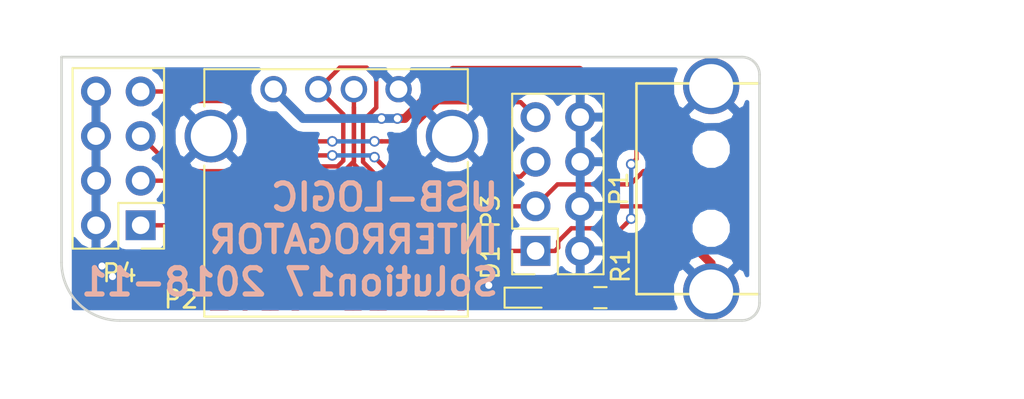
<source format=kicad_pcb>
(kicad_pcb (version 4) (host pcbnew 4.0.7-e2-6376~58~ubuntu16.04.1)

  (general
    (links 25)
    (no_connects 2)
    (area 148 102.25 206.250001 125.000001)
    (thickness 1.6)
    (drawings 9)
    (tracks 99)
    (zones 0)
    (modules 6)
    (nets 8)
  )

  (page A4)
  (layers
    (0 F.Cu signal)
    (31 B.Cu signal)
    (32 B.Adhes user)
    (33 F.Adhes user)
    (34 B.Paste user)
    (35 F.Paste user)
    (36 B.SilkS user)
    (37 F.SilkS user)
    (38 B.Mask user)
    (39 F.Mask user)
    (40 Dwgs.User user)
    (41 Cmts.User user)
    (42 Eco1.User user)
    (43 Eco2.User user)
    (44 Edge.Cuts user)
    (45 Margin user)
    (46 B.CrtYd user)
    (47 F.CrtYd user)
    (48 B.Fab user)
    (49 F.Fab user)
  )

  (setup
    (last_trace_width 0.25)
    (trace_clearance 0.2)
    (zone_clearance 0.508)
    (zone_45_only no)
    (trace_min 0.2)
    (segment_width 0.2)
    (edge_width 0.15)
    (via_size 0.6)
    (via_drill 0.4)
    (via_min_size 0.4)
    (via_min_drill 0.3)
    (uvia_size 0.3)
    (uvia_drill 0.1)
    (uvias_allowed no)
    (uvia_min_size 0.2)
    (uvia_min_drill 0.1)
    (pcb_text_width 0.3)
    (pcb_text_size 1.5 1.5)
    (mod_edge_width 0.15)
    (mod_text_size 1 1)
    (mod_text_width 0.15)
    (pad_size 3.2 3.2)
    (pad_drill 2.5)
    (pad_to_mask_clearance 0.2)
    (aux_axis_origin 0 0)
    (visible_elements FFFFFF7F)
    (pcbplotparams
      (layerselection 0x010f0_80000001)
      (usegerberextensions false)
      (excludeedgelayer true)
      (linewidth 0.100000)
      (plotframeref false)
      (viasonmask false)
      (mode 1)
      (useauxorigin false)
      (hpglpennumber 1)
      (hpglpenspeed 20)
      (hpglpendiameter 15)
      (hpglpenoverlay 2)
      (psnegative false)
      (psa4output false)
      (plotreference true)
      (plotvalue true)
      (plotinvisibletext false)
      (padsonsilk false)
      (subtractmaskfromsilk false)
      (outputformat 1)
      (mirror false)
      (drillshape 0)
      (scaleselection 1)
      (outputdirectory ""))
  )

  (net 0 "")
  (net 1 "Net-(P1-Pad2)")
  (net 2 "Net-(P1-Pad3)")
  (net 3 "Net-(P3-Pad5)")
  (net 4 "Net-(P3-Pad7)")
  (net 5 /vcc)
  (net 6 /gnd)
  (net 7 "Net-(D1-Pad2)")

  (net_class Default "This is the default net class."
    (clearance 0.2)
    (trace_width 0.25)
    (via_dia 0.6)
    (via_drill 0.4)
    (uvia_dia 0.3)
    (uvia_drill 0.1)
    (add_net "Net-(D1-Pad2)")
    (add_net "Net-(P1-Pad2)")
    (add_net "Net-(P1-Pad3)")
    (add_net "Net-(P3-Pad5)")
    (add_net "Net-(P3-Pad7)")
  )

  (net_class power ""
    (clearance 0.2)
    (trace_width 0.5)
    (via_dia 0.6)
    (via_drill 0.4)
    (uvia_dia 0.3)
    (uvia_drill 0.1)
    (add_net /gnd)
    (add_net /vcc)
  )

  (module Socket_Strips:Socket_Strip_Straight_2x04_Pitch2.54mm (layer B.Cu) (tedit 5BF1F1D6) (tstamp 5BF35826)
    (at 156 115.08)
    (descr "Through hole straight socket strip, 2x04, 2.54mm pitch, double rows")
    (tags "Through hole socket strip THT 2x04 2.54mm double row")
    (path /5BF1DED5)
    (fp_text reference P4 (at -1.2 2.72 180) (layer F.SilkS)
      (effects (font (size 1 1) (thickness 0.15)))
    )
    (fp_text value CONN_02X04 (at -1.27 -9.95) (layer B.Fab)
      (effects (font (size 1 1) (thickness 0.15)) (justify mirror))
    )
    (fp_line (start -3.81 1.27) (end -3.81 -8.89) (layer B.Fab) (width 0.1))
    (fp_line (start -3.81 -8.89) (end 1.27 -8.89) (layer B.Fab) (width 0.1))
    (fp_line (start 1.27 -8.89) (end 1.27 1.27) (layer B.Fab) (width 0.1))
    (fp_line (start 1.27 1.27) (end -3.81 1.27) (layer B.Fab) (width 0.1))
    (fp_line (start 1.33 -1.27) (end 1.33 -8.95) (layer F.SilkS) (width 0.12))
    (fp_line (start 1.33 -8.95) (end -3.87 -8.95) (layer F.SilkS) (width 0.12))
    (fp_line (start -3.87 -8.95) (end -3.87 1.33) (layer F.SilkS) (width 0.12))
    (fp_line (start -3.87 1.33) (end -1.27 1.33) (layer F.SilkS) (width 0.12))
    (fp_line (start -1.27 1.33) (end -1.27 -1.27) (layer F.SilkS) (width 0.12))
    (fp_line (start -1.27 -1.27) (end 1.33 -1.27) (layer F.SilkS) (width 0.12))
    (fp_line (start 1.33 0) (end 1.33 1.33) (layer F.SilkS) (width 0.12))
    (fp_line (start 1.33 1.33) (end 0.06 1.33) (layer F.SilkS) (width 0.12))
    (fp_line (start -4.35 1.8) (end -4.35 -9.4) (layer B.CrtYd) (width 0.05))
    (fp_line (start -4.35 -9.4) (end 1.8 -9.4) (layer B.CrtYd) (width 0.05))
    (fp_line (start 1.8 -9.4) (end 1.8 1.8) (layer B.CrtYd) (width 0.05))
    (fp_line (start 1.8 1.8) (end -4.35 1.8) (layer B.CrtYd) (width 0.05))
    (fp_text user %R (at -1.27 2.33) (layer B.Fab)
      (effects (font (size 1 1) (thickness 0.15)) (justify mirror))
    )
    (pad 1 thru_hole rect (at 0 0) (size 1.7 1.7) (drill 1) (layers *.Cu *.Mask)
      (net 2 "Net-(P1-Pad3)"))
    (pad 2 thru_hole oval (at -2.54 0) (size 1.7 1.7) (drill 1) (layers *.Cu *.Mask)
      (net 6 /gnd))
    (pad 3 thru_hole oval (at 0 -2.54) (size 1.7 1.7) (drill 1) (layers *.Cu *.Mask)
      (net 1 "Net-(P1-Pad2)"))
    (pad 4 thru_hole oval (at -2.54 -2.54) (size 1.7 1.7) (drill 1) (layers *.Cu *.Mask)
      (net 6 /gnd))
    (pad 5 thru_hole oval (at 0 -5.08) (size 1.7 1.7) (drill 1) (layers *.Cu *.Mask)
      (net 3 "Net-(P3-Pad5)"))
    (pad 6 thru_hole oval (at -2.54 -5.08) (size 1.7 1.7) (drill 1) (layers *.Cu *.Mask)
      (net 6 /gnd))
    (pad 7 thru_hole oval (at 0 -7.62) (size 1.7 1.7) (drill 1) (layers *.Cu *.Mask)
      (net 4 "Net-(P3-Pad7)"))
    (pad 8 thru_hole oval (at -2.54 -7.62) (size 1.7 1.7) (drill 1) (layers *.Cu *.Mask)
      (net 6 /gnd))
    (model ${KISYS3DMOD}/Socket_Strips.3dshapes/Socket_Strip_Straight_2x04_Pitch2.54mm.wrl
      (at (xyz -0.05 -0.15 0))
      (scale (xyz 1 1 1))
      (rotate (xyz 0 0 270))
    )
  )

  (module Connect:USB_A (layer F.Cu) (tedit 5BF1E279) (tstamp 5BF357EC)
    (at 163.56 107.33)
    (descr "USB A connector")
    (tags "USB USB_A")
    (path /5BF1DBC3)
    (fp_text reference P2 (at -5.26 11.97) (layer F.SilkS)
      (effects (font (size 1 1) (thickness 0.15)))
    )
    (fp_text value CONN_01X04 (at 3.84 7.44) (layer F.Fab)
      (effects (font (size 1 1) (thickness 0.15)))
    )
    (fp_line (start -5.3 13.2) (end -5.3 -1.4) (layer F.CrtYd) (width 0.05))
    (fp_line (start 11.95 -1.4) (end 11.95 13.2) (layer F.CrtYd) (width 0.05))
    (fp_line (start -5.3 13.2) (end 11.95 13.2) (layer F.CrtYd) (width 0.05))
    (fp_line (start -5.3 -1.4) (end 11.95 -1.4) (layer F.CrtYd) (width 0.05))
    (fp_line (start 11.05 -1.14) (end 11.05 1.19) (layer F.SilkS) (width 0.12))
    (fp_line (start -3.94 -1.14) (end -3.94 0.98) (layer F.SilkS) (width 0.12))
    (fp_line (start 11.05 -1.14) (end -3.94 -1.14) (layer F.SilkS) (width 0.12))
    (fp_line (start 11.05 12.95) (end -3.94 12.95) (layer F.SilkS) (width 0.12))
    (fp_line (start 11.05 4.15) (end 11.05 12.95) (layer F.SilkS) (width 0.12))
    (fp_line (start -3.94 4.35) (end -3.94 12.95) (layer F.SilkS) (width 0.12))
    (pad 4 thru_hole circle (at 7.11 0 270) (size 1.5 1.5) (drill 1) (layers *.Cu *.Mask)
      (net 6 /gnd))
    (pad 3 thru_hole circle (at 4.57 0 270) (size 1.5 1.5) (drill 1) (layers *.Cu *.Mask)
      (net 2 "Net-(P1-Pad3)"))
    (pad 2 thru_hole circle (at 2.54 0 270) (size 1.5 1.5) (drill 1) (layers *.Cu *.Mask)
      (net 1 "Net-(P1-Pad2)"))
    (pad 1 thru_hole circle (at 0 0 270) (size 1.5 1.5) (drill 1) (layers *.Cu *.Mask)
      (net 5 /vcc))
    (pad 4 thru_hole circle (at 10.16 2.67 270) (size 3 3) (drill 2.3) (layers *.Cu *.Mask)
      (net 6 /gnd))
    (pad 4 thru_hole circle (at -3.56 2.67 270) (size 3 3) (drill 2.3) (layers *.Cu *.Mask)
      (net 6 /gnd))
    (model ${KISYS3DMOD}/Connectors.3dshapes/USB_A.wrl
      (at (xyz 0.14 0 0))
      (scale (xyz 1 1 1))
      (rotate (xyz 0 0 90))
    )
  )

  (module "KiCad Libraries:USB_MOLEX_48037-2200" (layer F.Cu) (tedit 5BF1E27E) (tstamp 5BF357D8)
    (at 191.2 113 90)
    (path /5BF1DB49)
    (fp_text reference P1 (at 0 -8 90) (layer F.SilkS)
      (effects (font (size 1 1) (thickness 0.15)))
    )
    (fp_text value CONN_01X04 (at 0 1.3 90) (layer F.Fab)
      (effects (font (size 1 1) (thickness 0.15)))
    )
    (fp_line (start -6 -7) (end -6 0) (layer F.SilkS) (width 0.15))
    (fp_line (start 6 -7) (end -6 -7) (layer F.SilkS) (width 0.15))
    (fp_line (start 6 0) (end 6 -7) (layer F.SilkS) (width 0.15))
    (pad 1 smd rect (at 3.5 -5.35 90) (size 1.2 2) (layers F.Cu F.Paste F.Mask)
      (net 5 /vcc))
    (pad 2 smd rect (at 1 -5.35 90) (size 1.2 2) (layers F.Cu F.Paste F.Mask)
      (net 1 "Net-(P1-Pad2)"))
    (pad 3 smd rect (at -1 -5.35 90) (size 1.2 2) (layers F.Cu F.Paste F.Mask)
      (net 2 "Net-(P1-Pad3)"))
    (pad 4 smd rect (at -3.5 -5.35 90) (size 1.2 2) (layers F.Cu F.Paste F.Mask)
      (net 6 /gnd))
    (pad 4 thru_hole circle (at 5.85 -2.75 90) (size 3.2 3.2) (drill 2.5) (layers *.Cu *.Mask)
      (net 6 /gnd))
    (pad 4 thru_hole circle (at -5.85 -2.75 90) (size 3.2 3.2) (drill 2.5) (layers *.Cu *.Mask)
      (net 6 /gnd))
    (pad "" np_thru_hole circle (at -2.25 -2.75 90) (size 1.1 1.1) (drill 1.1) (layers *.Cu *.Mask))
    (pad "" np_thru_hole circle (at 2.25 -2.75 90) (size 1.1 1.1) (drill 1.1) (layers *.Cu *.Mask))
  )

  (module Socket_Strips:Socket_Strip_Straight_2x04_Pitch2.54mm (layer F.Cu) (tedit 58CD5448) (tstamp 5BF35809)
    (at 178.46 116.54 180)
    (descr "Through hole straight socket strip, 2x04, 2.54mm pitch, double rows")
    (tags "Through hole socket strip THT 2x04 2.54mm double row")
    (path /5BF1DFC0)
    (fp_text reference P3 (at 2.56 2.24 270) (layer F.SilkS)
      (effects (font (size 1 1) (thickness 0.15)))
    )
    (fp_text value CONN_02X04 (at -1.27 9.95 180) (layer F.Fab)
      (effects (font (size 1 1) (thickness 0.15)))
    )
    (fp_line (start -3.81 -1.27) (end -3.81 8.89) (layer F.Fab) (width 0.1))
    (fp_line (start -3.81 8.89) (end 1.27 8.89) (layer F.Fab) (width 0.1))
    (fp_line (start 1.27 8.89) (end 1.27 -1.27) (layer F.Fab) (width 0.1))
    (fp_line (start 1.27 -1.27) (end -3.81 -1.27) (layer F.Fab) (width 0.1))
    (fp_line (start 1.33 1.27) (end 1.33 8.95) (layer F.SilkS) (width 0.12))
    (fp_line (start 1.33 8.95) (end -3.87 8.95) (layer F.SilkS) (width 0.12))
    (fp_line (start -3.87 8.95) (end -3.87 -1.33) (layer F.SilkS) (width 0.12))
    (fp_line (start -3.87 -1.33) (end -1.27 -1.33) (layer F.SilkS) (width 0.12))
    (fp_line (start -1.27 -1.33) (end -1.27 1.27) (layer F.SilkS) (width 0.12))
    (fp_line (start -1.27 1.27) (end 1.33 1.27) (layer F.SilkS) (width 0.12))
    (fp_line (start 1.33 0) (end 1.33 -1.33) (layer F.SilkS) (width 0.12))
    (fp_line (start 1.33 -1.33) (end 0.06 -1.33) (layer F.SilkS) (width 0.12))
    (fp_line (start -4.35 -1.8) (end -4.35 9.4) (layer F.CrtYd) (width 0.05))
    (fp_line (start -4.35 9.4) (end 1.8 9.4) (layer F.CrtYd) (width 0.05))
    (fp_line (start 1.8 9.4) (end 1.8 -1.8) (layer F.CrtYd) (width 0.05))
    (fp_line (start 1.8 -1.8) (end -4.35 -1.8) (layer F.CrtYd) (width 0.05))
    (fp_text user %R (at -1.27 -2.33 180) (layer F.Fab)
      (effects (font (size 1 1) (thickness 0.15)))
    )
    (pad 1 thru_hole rect (at 0 0 180) (size 1.7 1.7) (drill 1) (layers *.Cu *.Mask)
      (net 2 "Net-(P1-Pad3)"))
    (pad 2 thru_hole oval (at -2.54 0 180) (size 1.7 1.7) (drill 1) (layers *.Cu *.Mask)
      (net 6 /gnd))
    (pad 3 thru_hole oval (at 0 2.54 180) (size 1.7 1.7) (drill 1) (layers *.Cu *.Mask)
      (net 1 "Net-(P1-Pad2)"))
    (pad 4 thru_hole oval (at -2.54 2.54 180) (size 1.7 1.7) (drill 1) (layers *.Cu *.Mask)
      (net 6 /gnd))
    (pad 5 thru_hole oval (at 0 5.08 180) (size 1.7 1.7) (drill 1) (layers *.Cu *.Mask)
      (net 3 "Net-(P3-Pad5)"))
    (pad 6 thru_hole oval (at -2.54 5.08 180) (size 1.7 1.7) (drill 1) (layers *.Cu *.Mask)
      (net 6 /gnd))
    (pad 7 thru_hole oval (at 0 7.62 180) (size 1.7 1.7) (drill 1) (layers *.Cu *.Mask)
      (net 4 "Net-(P3-Pad7)"))
    (pad 8 thru_hole oval (at -2.54 7.62 180) (size 1.7 1.7) (drill 1) (layers *.Cu *.Mask)
      (net 6 /gnd))
    (model ${KISYS3DMOD}/Socket_Strips.3dshapes/Socket_Strip_Straight_2x04_Pitch2.54mm.wrl
      (at (xyz -0.05 -0.15 0))
      (scale (xyz 1 1 1))
      (rotate (xyz 0 0 270))
    )
  )

  (module Diodes_SMD:D_0603 (layer F.Cu) (tedit 590CE922) (tstamp 5BF4D4C0)
    (at 178 119.2)
    (descr "Diode SMD in 0603 package http://datasheets.avx.com/schottky.pdf")
    (tags "smd diode")
    (path /5BF1F03E)
    (attr smd)
    (fp_text reference D1 (at -2.1 -2 90) (layer F.SilkS)
      (effects (font (size 1 1) (thickness 0.15)))
    )
    (fp_text value LED_Small (at 0 1.4) (layer F.Fab)
      (effects (font (size 1 1) (thickness 0.15)))
    )
    (fp_text user %R (at 0 -1.4) (layer F.Fab)
      (effects (font (size 1 1) (thickness 0.15)))
    )
    (fp_line (start -1.3 -0.57) (end -1.3 0.57) (layer F.SilkS) (width 0.12))
    (fp_line (start 1.4 0.67) (end 1.4 -0.67) (layer F.CrtYd) (width 0.05))
    (fp_line (start -1.4 0.67) (end 1.4 0.67) (layer F.CrtYd) (width 0.05))
    (fp_line (start -1.4 -0.67) (end -1.4 0.67) (layer F.CrtYd) (width 0.05))
    (fp_line (start 1.4 -0.67) (end -1.4 -0.67) (layer F.CrtYd) (width 0.05))
    (fp_line (start 0.2 0) (end 0.4 0) (layer F.Fab) (width 0.1))
    (fp_line (start -0.1 0) (end -0.3 0) (layer F.Fab) (width 0.1))
    (fp_line (start -0.1 -0.2) (end -0.1 0.2) (layer F.Fab) (width 0.1))
    (fp_line (start 0.2 0.2) (end 0.2 -0.2) (layer F.Fab) (width 0.1))
    (fp_line (start -0.1 0) (end 0.2 0.2) (layer F.Fab) (width 0.1))
    (fp_line (start 0.2 -0.2) (end -0.1 0) (layer F.Fab) (width 0.1))
    (fp_line (start -0.8 0.45) (end -0.8 -0.45) (layer F.Fab) (width 0.1))
    (fp_line (start 0.8 0.45) (end -0.8 0.45) (layer F.Fab) (width 0.1))
    (fp_line (start 0.8 -0.45) (end 0.8 0.45) (layer F.Fab) (width 0.1))
    (fp_line (start -0.8 -0.45) (end 0.8 -0.45) (layer F.Fab) (width 0.1))
    (fp_line (start -1.3 0.57) (end 0.8 0.57) (layer F.SilkS) (width 0.12))
    (fp_line (start -1.3 -0.57) (end 0.8 -0.57) (layer F.SilkS) (width 0.12))
    (pad 1 smd rect (at -0.85 0) (size 0.6 0.8) (layers F.Cu F.Paste F.Mask)
      (net 6 /gnd))
    (pad 2 smd rect (at 0.85 0) (size 0.6 0.8) (layers F.Cu F.Paste F.Mask)
      (net 7 "Net-(D1-Pad2)"))
    (model ${KISYS3DMOD}/Diodes_SMD.3dshapes/D_0603.wrl
      (at (xyz 0 0 0))
      (scale (xyz 1 1 1))
      (rotate (xyz 0 0 0))
    )
  )

  (module Capacitors_SMD:C_0603 (layer F.Cu) (tedit 59958EE7) (tstamp 5BF4D4D1)
    (at 182.15 119.2 180)
    (descr "Capacitor SMD 0603, reflow soldering, AVX (see smccp.pdf)")
    (tags "capacitor 0603")
    (path /5BF1EFED)
    (attr smd)
    (fp_text reference R1 (at -1.15 1.8 270) (layer F.SilkS)
      (effects (font (size 1 1) (thickness 0.15)))
    )
    (fp_text value R_Small (at 0 1.5 180) (layer F.Fab)
      (effects (font (size 1 1) (thickness 0.15)))
    )
    (fp_line (start 1.4 0.65) (end -1.4 0.65) (layer F.CrtYd) (width 0.05))
    (fp_line (start 1.4 0.65) (end 1.4 -0.65) (layer F.CrtYd) (width 0.05))
    (fp_line (start -1.4 -0.65) (end -1.4 0.65) (layer F.CrtYd) (width 0.05))
    (fp_line (start -1.4 -0.65) (end 1.4 -0.65) (layer F.CrtYd) (width 0.05))
    (fp_line (start 0.35 0.6) (end -0.35 0.6) (layer F.SilkS) (width 0.12))
    (fp_line (start -0.35 -0.6) (end 0.35 -0.6) (layer F.SilkS) (width 0.12))
    (fp_line (start -0.8 -0.4) (end 0.8 -0.4) (layer F.Fab) (width 0.1))
    (fp_line (start 0.8 -0.4) (end 0.8 0.4) (layer F.Fab) (width 0.1))
    (fp_line (start 0.8 0.4) (end -0.8 0.4) (layer F.Fab) (width 0.1))
    (fp_line (start -0.8 0.4) (end -0.8 -0.4) (layer F.Fab) (width 0.1))
    (fp_text user %R (at 0 0 180) (layer F.Fab)
      (effects (font (size 0.3 0.3) (thickness 0.075)))
    )
    (pad 2 smd rect (at 0.75 0 180) (size 0.8 0.75) (layers F.Cu F.Paste F.Mask)
      (net 7 "Net-(D1-Pad2)"))
    (pad 1 smd rect (at -0.75 0 180) (size 0.8 0.75) (layers F.Cu F.Paste F.Mask)
      (net 5 /vcc))
    (model Capacitors_SMD.3dshapes/C_0603.wrl
      (at (xyz 0 0 0))
      (scale (xyz 1 1 1))
      (rotate (xyz 0 0 0))
    )
  )

  (gr_arc (start 190.2 119.5) (end 191.2 119.5) (angle 90) (layer Edge.Cuts) (width 0.15))
  (gr_arc (start 190.2 106.5) (end 190.2 105.5) (angle 90) (layer Edge.Cuts) (width 0.15))
  (gr_arc (start 154.8 117.2) (end 154.8 120.5) (angle 90) (layer Edge.Cuts) (width 0.15))
  (gr_text "Nick Boers\n2018-11-18" (at 159.6 117.9) (layer F.Cu)
    (effects (font (size 1.5 1.5) (thickness 0.3)) (justify left))
  )
  (gr_text "USB-LOGIC\nINTERROGATOR\nSolution17 2018-11" (at 176.5 115.9) (layer B.SilkS)
    (effects (font (size 1.5 1.5) (thickness 0.3)) (justify left mirror))
  )
  (gr_line (start 151.5 117.2) (end 151.5 105.5) (layer Edge.Cuts) (width 0.15))
  (gr_line (start 190.2 120.5) (end 154.8 120.5) (layer Edge.Cuts) (width 0.15))
  (gr_line (start 191.2 106.5) (end 191.2 119.5) (layer Edge.Cuts) (width 0.15))
  (gr_line (start 151.5 105.5) (end 190.2 105.5) (layer Edge.Cuts) (width 0.15))

  (segment (start 183.85 112.75) (end 184.6 112) (width 0.25) (layer F.Cu) (net 1))
  (segment (start 184.6 112) (end 185.85 112) (width 0.25) (layer F.Cu) (net 1))
  (segment (start 179.71 112.75) (end 183.85 112.75) (width 0.25) (layer F.Cu) (net 1))
  (segment (start 178.46 114) (end 179.71 112.75) (width 0.25) (layer F.Cu) (net 1))
  (segment (start 156 112.54) (end 163.385004 112.54) (width 0.25) (layer F.Cu) (net 1))
  (segment (start 163.385004 112.54) (end 164.200002 111.725002) (width 0.25) (layer F.Cu) (net 1))
  (segment (start 164.200002 111.725002) (end 167.200002 111.725002) (width 0.25) (layer F.Cu) (net 1))
  (segment (start 166.849999 108.079999) (end 166.1 107.33) (width 0.25) (layer F.Cu) (net 1))
  (segment (start 167.200002 111.725002) (end 167.525002 111.400002) (width 0.25) (layer F.Cu) (net 1))
  (segment (start 167.525002 111.400002) (end 167.525002 108.755002) (width 0.25) (layer F.Cu) (net 1))
  (segment (start 167.525002 108.755002) (end 166.849999 108.079999) (width 0.25) (layer F.Cu) (net 1))
  (segment (start 169.4 108.374998) (end 169.4 106.65) (width 0.25) (layer F.Cu) (net 1))
  (segment (start 168.650272 111.475298) (end 168.650272 109.124726) (width 0.25) (layer F.Cu) (net 1))
  (segment (start 169.4 106.65) (end 168.85 106.1) (width 0.25) (layer F.Cu) (net 1))
  (segment (start 167.33 106.1) (end 166.849999 106.580001) (width 0.25) (layer F.Cu) (net 1))
  (segment (start 168.650272 109.124726) (end 169.4 108.374998) (width 0.25) (layer F.Cu) (net 1))
  (segment (start 168.85 106.1) (end 167.33 106.1) (width 0.25) (layer F.Cu) (net 1))
  (segment (start 171.174974 114) (end 168.650272 111.475298) (width 0.25) (layer F.Cu) (net 1))
  (segment (start 166.849999 106.580001) (end 166.1 107.33) (width 0.25) (layer F.Cu) (net 1))
  (segment (start 178.46 114) (end 171.174974 114) (width 0.25) (layer F.Cu) (net 1))
  (segment (start 184.6 114) (end 185.85 114) (width 0.25) (layer F.Cu) (net 2))
  (segment (start 183.174996 114) (end 184.6 114) (width 0.25) (layer F.Cu) (net 2))
  (segment (start 181.924996 115.25) (end 183.174996 114) (width 0.25) (layer F.Cu) (net 2))
  (segment (start 180.5 115.25) (end 181.924996 115.25) (width 0.25) (layer F.Cu) (net 2))
  (segment (start 179.75 116) (end 180.5 115.25) (width 0.25) (layer F.Cu) (net 2))
  (segment (start 179.75 116.35) (end 179.75 116) (width 0.25) (layer F.Cu) (net 2))
  (segment (start 178.46 116.54) (end 179.56 116.54) (width 0.25) (layer F.Cu) (net 2))
  (segment (start 179.56 116.54) (end 179.75 116.35) (width 0.25) (layer F.Cu) (net 2))
  (segment (start 168.13 108.37) (end 168.13 111.431415) (width 0.25) (layer F.Cu) (net 2))
  (segment (start 168.13 111.431415) (end 167.386402 112.175013) (width 0.25) (layer F.Cu) (net 2))
  (segment (start 167.386402 112.175013) (end 164.386402 112.175013) (width 0.25) (layer F.Cu) (net 2))
  (segment (start 164.386402 112.175013) (end 161.481415 115.08) (width 0.25) (layer F.Cu) (net 2))
  (segment (start 161.481415 115.08) (end 157.48 115.08) (width 0.25) (layer F.Cu) (net 2))
  (segment (start 157.48 115.08) (end 156 115.08) (width 0.25) (layer F.Cu) (net 2))
  (segment (start 178.46 116.54) (end 173.078563 116.54) (width 0.25) (layer F.Cu) (net 2))
  (segment (start 168.13 111.591437) (end 168.13 108.37) (width 0.25) (layer F.Cu) (net 2))
  (segment (start 173.078563 116.54) (end 168.13 111.591437) (width 0.25) (layer F.Cu) (net 2))
  (segment (start 168.13 107.33) (end 168.13 108.37) (width 0.25) (layer F.Cu) (net 2))
  (segment (start 166.9 111.1) (end 163.3 111.1) (width 0.25) (layer F.Cu) (net 3))
  (segment (start 163.3 111.1) (end 162.4 112) (width 0.25) (layer F.Cu) (net 3))
  (segment (start 162.4 112) (end 158 112) (width 0.25) (layer F.Cu) (net 3))
  (segment (start 158 112) (end 156 110) (width 0.25) (layer F.Cu) (net 3))
  (segment (start 177.610001 112.309999) (end 170.409977 112.309999) (width 0.25) (layer F.Cu) (net 3))
  (segment (start 169.199978 111.1) (end 169.299989 111.200011) (width 0.25) (layer B.Cu) (net 3))
  (segment (start 169.599988 111.50001) (end 169.299989 111.200011) (width 0.25) (layer F.Cu) (net 3))
  (segment (start 178.46 111.46) (end 177.610001 112.309999) (width 0.25) (layer F.Cu) (net 3))
  (segment (start 170.409977 112.309999) (end 169.599988 111.50001) (width 0.25) (layer F.Cu) (net 3))
  (segment (start 166.9 111.1) (end 169.199978 111.1) (width 0.25) (layer B.Cu) (net 3))
  (via (at 169.299989 111.200011) (size 0.6) (drill 0.4) (layers F.Cu B.Cu) (net 3))
  (via (at 166.9 111.1) (size 0.6) (drill 0.4) (layers F.Cu B.Cu) (net 3))
  (segment (start 158.122081 108) (end 157.582081 107.46) (width 0.25) (layer F.Cu) (net 4))
  (segment (start 157.582081 107.46) (end 156 107.46) (width 0.25) (layer F.Cu) (net 4))
  (segment (start 169.724264 110.299992) (end 169.3 110.299992) (width 0.25) (layer F.Cu) (net 4))
  (segment (start 170.700008 110.299992) (end 169.724264 110.299992) (width 0.25) (layer F.Cu) (net 4))
  (segment (start 172.929999 108.070001) (end 170.700008 110.299992) (width 0.25) (layer F.Cu) (net 4))
  (segment (start 177.610001 108.070001) (end 172.929999 108.070001) (width 0.25) (layer F.Cu) (net 4))
  (segment (start 178.46 108.92) (end 177.610001 108.070001) (width 0.25) (layer F.Cu) (net 4))
  (segment (start 166.9 110.3) (end 169.299992 110.3) (width 0.25) (layer B.Cu) (net 4))
  (segment (start 169.299992 110.3) (end 169.3 110.299992) (width 0.25) (layer B.Cu) (net 4))
  (via (at 169.3 110.299992) (size 0.6) (drill 0.4) (layers F.Cu B.Cu) (net 4))
  (segment (start 164.1 110.3) (end 166.9 110.3) (width 0.25) (layer F.Cu) (net 4))
  (segment (start 161.8 108) (end 164.1 110.3) (width 0.25) (layer F.Cu) (net 4))
  (via (at 166.9 110.3) (size 0.6) (drill 0.4) (layers F.Cu B.Cu) (net 4))
  (segment (start 158.122081 108) (end 161.8 108) (width 0.25) (layer F.Cu) (net 4))
  (segment (start 184.199999 111.300005) (end 183.9 111.600004) (width 0.25) (layer F.Cu) (net 5))
  (segment (start 184.2 109.5) (end 184.199999 111.300005) (width 0.25) (layer F.Cu) (net 5))
  (segment (start 183.9 114.7) (end 183.9 111.600004) (width 0.25) (layer B.Cu) (net 5))
  (via (at 183.9 111.600004) (size 0.6) (drill 0.4) (layers F.Cu B.Cu) (net 5))
  (segment (start 183.600001 114.999999) (end 183.9 114.7) (width 0.25) (layer F.Cu) (net 5))
  (segment (start 182.9 115.7) (end 183.600001 114.999999) (width 0.25) (layer F.Cu) (net 5))
  (segment (start 182.9 119.2) (end 182.9 115.7) (width 0.25) (layer F.Cu) (net 5))
  (via (at 183.9 114.7) (size 0.6) (drill 0.4) (layers F.Cu B.Cu) (net 5))
  (segment (start 184.2 109.5) (end 185.85 109.5) (width 0.5) (layer F.Cu) (net 5))
  (segment (start 180.95 106.25) (end 184.2 109.5) (width 0.5) (layer F.Cu) (net 5))
  (segment (start 173.774268 106.25) (end 180.95 106.25) (width 0.5) (layer F.Cu) (net 5))
  (segment (start 171.024268 109) (end 170.600004 109) (width 0.5) (layer F.Cu) (net 5))
  (segment (start 169.7 109) (end 170.600004 109) (width 0.5) (layer B.Cu) (net 5))
  (segment (start 173.774268 106.25) (end 171.024268 109) (width 0.5) (layer F.Cu) (net 5))
  (via (at 170.600004 109) (size 0.6) (drill 0.4) (layers F.Cu B.Cu) (net 5))
  (segment (start 165.23 109) (end 169.275736 109) (width 0.5) (layer B.Cu) (net 5))
  (segment (start 163.56 107.33) (end 165.23 109) (width 0.5) (layer B.Cu) (net 5))
  (via (at 169.7 109) (size 0.6) (drill 0.4) (layers F.Cu B.Cu) (net 5))
  (segment (start 169.275736 109) (end 169.7 109) (width 0.5) (layer B.Cu) (net 5))
  (segment (start 153.8 117.4) (end 154.4 118) (width 0.5) (layer F.Cu) (net 6))
  (segment (start 153.46 117.06) (end 153.8 117.4) (width 0.5) (layer F.Cu) (net 6))
  (via (at 153.8 117.4) (size 0.6) (drill 0.4) (layers F.Cu B.Cu) (net 6))
  (segment (start 153.46 116.66) (end 153.46 117.06) (width 0.5) (layer F.Cu) (net 6))
  (via (at 154.4 118) (size 0.6) (drill 0.4) (layers F.Cu B.Cu) (net 6))
  (segment (start 177.15 119.2) (end 176.5 119.2) (width 0.25) (layer F.Cu) (net 6))
  (segment (start 176.5 119.2) (end 175.8 118.5) (width 0.25) (layer F.Cu) (net 6))
  (via (at 175.8 118.5) (size 0.6) (drill 0.4) (layers F.Cu B.Cu) (net 6))
  (segment (start 153.46 112.54) (end 153.46 115.08) (width 0.5) (layer F.Cu) (net 6))
  (segment (start 153.46 110) (end 153.46 112.54) (width 0.5) (layer F.Cu) (net 6))
  (segment (start 153.46 107.46) (end 153.46 110) (width 0.5) (layer F.Cu) (net 6))
  (segment (start 153.46 116.66) (end 153.46 115.08) (width 0.5) (layer F.Cu) (net 6))
  (segment (start 188.45 117.25) (end 187.7 116.5) (width 0.5) (layer F.Cu) (net 6))
  (segment (start 187.7 116.5) (end 185.85 116.5) (width 0.5) (layer F.Cu) (net 6))
  (segment (start 188.45 118.85) (end 188.45 117.25) (width 0.5) (layer F.Cu) (net 6))
  (segment (start 178.85 119.2) (end 181.4 119.2) (width 0.25) (layer F.Cu) (net 7))

  (zone (net 6) (net_name /gnd) (layer B.Cu) (tstamp 0) (hatch edge 0.508)
    (connect_pads (clearance 0.508))
    (min_thickness 0.254)
    (fill yes (arc_segments 16) (thermal_gap 0.508) (thermal_bridge_width 0.508))
    (polygon
      (pts
        (xy 150.75 104.25) (xy 204.75 102.25) (xy 206.25 125) (xy 148 124)
      )
    )
    (filled_polygon
      (pts
        (xy 162.386539 106.544436) (xy 162.175241 107.053298) (xy 162.17476 107.604285) (xy 162.385169 108.113515) (xy 162.774436 108.503461)
        (xy 163.283298 108.714759) (xy 163.693538 108.715117) (xy 164.604208 109.625787) (xy 164.60421 109.62579) (xy 164.891325 109.817633)
        (xy 164.947516 109.82881) (xy 165.23 109.885001) (xy 165.230005 109.885) (xy 166.05992 109.885) (xy 165.965162 110.113201)
        (xy 165.964838 110.485167) (xy 166.053648 110.700104) (xy 165.965162 110.913201) (xy 165.964838 111.285167) (xy 166.106883 111.628943)
        (xy 166.369673 111.892192) (xy 166.713201 112.034838) (xy 167.085167 112.035162) (xy 167.428943 111.893117) (xy 167.462118 111.86)
        (xy 168.63769 111.86) (xy 168.769662 111.992203) (xy 169.11319 112.134849) (xy 169.485156 112.135173) (xy 169.828932 111.993128)
        (xy 170.092181 111.730338) (xy 170.182025 111.51397) (xy 172.385635 111.51397) (xy 172.545418 111.832739) (xy 173.336187 112.142723)
        (xy 174.185387 112.126497) (xy 174.894582 111.832739) (xy 175.054365 111.51397) (xy 173.72 110.179605) (xy 172.385635 111.51397)
        (xy 170.182025 111.51397) (xy 170.234827 111.38681) (xy 170.235151 111.014844) (xy 170.125632 110.749787) (xy 170.234838 110.486791)
        (xy 170.235162 110.114825) (xy 170.1402 109.885) (xy 170.293182 109.885) (xy 170.413205 109.934838) (xy 170.785171 109.935162)
        (xy 171.128947 109.793117) (xy 171.306186 109.616187) (xy 171.577277 109.616187) (xy 171.593503 110.465387) (xy 171.887261 111.174582)
        (xy 172.20603 111.334365) (xy 173.540395 110) (xy 173.899605 110) (xy 175.23397 111.334365) (xy 175.552739 111.174582)
        (xy 175.862723 110.383813) (xy 175.846497 109.534613) (xy 175.591917 108.92) (xy 176.945907 108.92) (xy 177.058946 109.488285)
        (xy 177.380853 109.970054) (xy 177.710026 110.19) (xy 177.380853 110.409946) (xy 177.058946 110.891715) (xy 176.945907 111.46)
        (xy 177.058946 112.028285) (xy 177.380853 112.510054) (xy 177.710026 112.73) (xy 177.380853 112.949946) (xy 177.058946 113.431715)
        (xy 176.945907 114) (xy 177.058946 114.568285) (xy 177.380853 115.050054) (xy 177.422452 115.07785) (xy 177.374683 115.086838)
        (xy 177.158559 115.22591) (xy 177.013569 115.43811) (xy 176.96256 115.69) (xy 176.96256 117.39) (xy 177.006838 117.625317)
        (xy 177.14591 117.841441) (xy 177.35811 117.986431) (xy 177.61 118.03744) (xy 179.31 118.03744) (xy 179.545317 117.993162)
        (xy 179.761441 117.85409) (xy 179.906431 117.64189) (xy 179.929555 117.527699) (xy 180.118642 117.735183) (xy 180.643108 117.981486)
        (xy 180.873 117.860819) (xy 180.873 116.667) (xy 181.127 116.667) (xy 181.127 117.860819) (xy 181.356892 117.981486)
        (xy 181.881358 117.735183) (xy 182.271645 117.306924) (xy 182.289507 117.263798) (xy 187.043403 117.263798) (xy 188.45 118.670395)
        (xy 189.856597 117.263798) (xy 189.68461 116.93464) (xy 188.857654 116.607974) (xy 187.968637 116.622635) (xy 187.21539 116.93464)
        (xy 187.043403 117.263798) (xy 182.289507 117.263798) (xy 182.441476 116.89689) (xy 182.320155 116.667) (xy 181.127 116.667)
        (xy 180.873 116.667) (xy 180.853 116.667) (xy 180.853 116.413) (xy 180.873 116.413) (xy 180.873 114.127)
        (xy 181.127 114.127) (xy 181.127 116.413) (xy 182.320155 116.413) (xy 182.441476 116.18311) (xy 182.271645 115.773076)
        (xy 181.881358 115.344817) (xy 181.722046 115.27) (xy 181.881358 115.195183) (xy 182.271645 114.766924) (xy 182.441476 114.35689)
        (xy 182.320155 114.127) (xy 181.127 114.127) (xy 180.873 114.127) (xy 180.853 114.127) (xy 180.853 113.873)
        (xy 180.873 113.873) (xy 180.873 111.587) (xy 181.127 111.587) (xy 181.127 113.873) (xy 182.320155 113.873)
        (xy 182.441476 113.64311) (xy 182.271645 113.233076) (xy 181.881358 112.804817) (xy 181.722046 112.73) (xy 181.881358 112.655183)
        (xy 182.271645 112.226924) (xy 182.441476 111.81689) (xy 182.424737 111.785171) (xy 182.964838 111.785171) (xy 183.106883 112.128947)
        (xy 183.14 112.162122) (xy 183.14 114.137537) (xy 183.107808 114.169673) (xy 182.965162 114.513201) (xy 182.964838 114.885167)
        (xy 183.106883 115.228943) (xy 183.369673 115.492192) (xy 183.713201 115.634838) (xy 184.085167 115.635162) (xy 184.428943 115.493117)
        (xy 184.437397 115.484677) (xy 187.264794 115.484677) (xy 187.44482 115.920372) (xy 187.777875 116.254009) (xy 188.213255 116.434794)
        (xy 188.684677 116.435206) (xy 189.120372 116.25518) (xy 189.454009 115.922125) (xy 189.634794 115.486745) (xy 189.635206 115.015323)
        (xy 189.45518 114.579628) (xy 189.122125 114.245991) (xy 188.686745 114.065206) (xy 188.215323 114.064794) (xy 187.779628 114.24482)
        (xy 187.445991 114.577875) (xy 187.265206 115.013255) (xy 187.264794 115.484677) (xy 184.437397 115.484677) (xy 184.692192 115.230327)
        (xy 184.834838 114.886799) (xy 184.835162 114.514833) (xy 184.693117 114.171057) (xy 184.66 114.137882) (xy 184.66 112.162467)
        (xy 184.692192 112.130331) (xy 184.834838 111.786803) (xy 184.835162 111.414837) (xy 184.693117 111.071061) (xy 184.606884 110.984677)
        (xy 187.264794 110.984677) (xy 187.44482 111.420372) (xy 187.777875 111.754009) (xy 188.213255 111.934794) (xy 188.684677 111.935206)
        (xy 189.120372 111.75518) (xy 189.454009 111.422125) (xy 189.634794 110.986745) (xy 189.635206 110.515323) (xy 189.45518 110.079628)
        (xy 189.122125 109.745991) (xy 188.686745 109.565206) (xy 188.215323 109.564794) (xy 187.779628 109.74482) (xy 187.445991 110.077875)
        (xy 187.265206 110.513255) (xy 187.264794 110.984677) (xy 184.606884 110.984677) (xy 184.430327 110.807812) (xy 184.086799 110.665166)
        (xy 183.714833 110.664842) (xy 183.371057 110.806887) (xy 183.107808 111.069677) (xy 182.965162 111.413205) (xy 182.964838 111.785171)
        (xy 182.424737 111.785171) (xy 182.320155 111.587) (xy 181.127 111.587) (xy 180.873 111.587) (xy 180.853 111.587)
        (xy 180.853 111.333) (xy 180.873 111.333) (xy 180.873 109.047) (xy 181.127 109.047) (xy 181.127 111.333)
        (xy 182.320155 111.333) (xy 182.441476 111.10311) (xy 182.271645 110.693076) (xy 181.881358 110.264817) (xy 181.722046 110.19)
        (xy 181.881358 110.115183) (xy 182.271645 109.686924) (xy 182.441476 109.27689) (xy 182.320155 109.047) (xy 181.127 109.047)
        (xy 180.873 109.047) (xy 180.853 109.047) (xy 180.853 108.793) (xy 180.873 108.793) (xy 180.873 107.599181)
        (xy 181.127 107.599181) (xy 181.127 108.793) (xy 182.320155 108.793) (xy 182.350129 108.736202) (xy 187.043403 108.736202)
        (xy 187.21539 109.06536) (xy 188.042346 109.392026) (xy 188.931363 109.377365) (xy 189.68461 109.06536) (xy 189.856597 108.736202)
        (xy 188.45 107.329605) (xy 187.043403 108.736202) (xy 182.350129 108.736202) (xy 182.441476 108.56311) (xy 182.271645 108.153076)
        (xy 181.881358 107.724817) (xy 181.356892 107.478514) (xy 181.127 107.599181) (xy 180.873 107.599181) (xy 180.643108 107.478514)
        (xy 180.118642 107.724817) (xy 179.728355 108.153076) (xy 179.728345 108.153101) (xy 179.539147 107.869946) (xy 179.057378 107.548039)
        (xy 178.489093 107.435) (xy 178.430907 107.435) (xy 177.862622 107.548039) (xy 177.380853 107.869946) (xy 177.058946 108.351715)
        (xy 176.945907 108.92) (xy 175.591917 108.92) (xy 175.552739 108.825418) (xy 175.23397 108.665635) (xy 173.899605 110)
        (xy 173.540395 110) (xy 172.20603 108.665635) (xy 171.887261 108.825418) (xy 171.577277 109.616187) (xy 171.306186 109.616187)
        (xy 171.392196 109.530327) (xy 171.534842 109.186799) (xy 171.535166 108.814833) (xy 171.40557 108.501185) (xy 171.409846 108.48603)
        (xy 172.385635 108.48603) (xy 173.72 109.820395) (xy 175.054365 108.48603) (xy 174.894582 108.167261) (xy 174.103813 107.857277)
        (xy 173.254613 107.873503) (xy 172.545418 108.167261) (xy 172.385635 108.48603) (xy 171.409846 108.48603) (xy 171.461912 108.301517)
        (xy 170.67 107.509605) (xy 170.655858 107.523748) (xy 170.476253 107.344143) (xy 170.490395 107.33) (xy 170.849605 107.33)
        (xy 171.641517 108.121912) (xy 171.88246 108.053923) (xy 172.067201 107.534829) (xy 172.03923 106.984552) (xy 171.88246 106.606077)
        (xy 171.641517 106.538088) (xy 170.849605 107.33) (xy 170.490395 107.33) (xy 169.698483 106.538088) (xy 169.45754 106.606077)
        (xy 169.398268 106.772621) (xy 169.304831 106.546485) (xy 168.968932 106.21) (xy 169.919987 106.21) (xy 169.878088 106.358483)
        (xy 170.67 107.150395) (xy 171.461912 106.358483) (xy 171.420013 106.21) (xy 186.418263 106.21) (xy 186.207974 106.742346)
        (xy 186.222635 107.631363) (xy 186.53464 108.38461) (xy 186.863798 108.556597) (xy 188.270395 107.15) (xy 188.256253 107.135858)
        (xy 188.435858 106.956253) (xy 188.45 106.970395) (xy 188.464143 106.956253) (xy 188.643748 107.135858) (xy 188.629605 107.15)
        (xy 190.036202 108.556597) (xy 190.36536 108.38461) (xy 190.49 108.069083) (xy 190.49 117.916298) (xy 190.36536 117.61539)
        (xy 190.036202 117.443403) (xy 188.629605 118.85) (xy 188.643748 118.864143) (xy 188.464143 119.043748) (xy 188.45 119.029605)
        (xy 188.435858 119.043748) (xy 188.256253 118.864143) (xy 188.270395 118.85) (xy 186.863798 117.443403) (xy 186.53464 117.61539)
        (xy 186.207974 118.442346) (xy 186.222635 119.331363) (xy 186.412609 119.79) (xy 152.21 119.79) (xy 152.21 115.870675)
        (xy 152.578642 116.275183) (xy 153.103108 116.521486) (xy 153.333 116.400819) (xy 153.333 115.207) (xy 153.313 115.207)
        (xy 153.313 114.953) (xy 153.333 114.953) (xy 153.333 112.667) (xy 153.313 112.667) (xy 153.313 112.413)
        (xy 153.333 112.413) (xy 153.333 110.127) (xy 153.313 110.127) (xy 153.313 109.873) (xy 153.333 109.873)
        (xy 153.333 107.587) (xy 153.313 107.587) (xy 153.313 107.333) (xy 153.333 107.333) (xy 153.333 107.313)
        (xy 153.587 107.313) (xy 153.587 107.333) (xy 153.607 107.333) (xy 153.607 107.587) (xy 153.587 107.587)
        (xy 153.587 109.873) (xy 153.607 109.873) (xy 153.607 110.127) (xy 153.587 110.127) (xy 153.587 112.413)
        (xy 153.607 112.413) (xy 153.607 112.667) (xy 153.587 112.667) (xy 153.587 114.953) (xy 153.607 114.953)
        (xy 153.607 115.207) (xy 153.587 115.207) (xy 153.587 116.400819) (xy 153.816892 116.521486) (xy 154.341358 116.275183)
        (xy 154.528808 116.069496) (xy 154.546838 116.165317) (xy 154.68591 116.381441) (xy 154.89811 116.526431) (xy 155.15 116.57744)
        (xy 156.85 116.57744) (xy 157.085317 116.533162) (xy 157.301441 116.39409) (xy 157.446431 116.18189) (xy 157.49744 115.93)
        (xy 157.49744 114.23) (xy 157.453162 113.994683) (xy 157.31409 113.778559) (xy 157.10189 113.633569) (xy 157.034459 113.619914)
        (xy 157.079147 113.590054) (xy 157.401054 113.108285) (xy 157.514093 112.54) (xy 157.401054 111.971715) (xy 157.0952 111.51397)
        (xy 158.665635 111.51397) (xy 158.825418 111.832739) (xy 159.616187 112.142723) (xy 160.465387 112.126497) (xy 161.174582 111.832739)
        (xy 161.334365 111.51397) (xy 160 110.179605) (xy 158.665635 111.51397) (xy 157.0952 111.51397) (xy 157.079147 111.489946)
        (xy 156.749974 111.27) (xy 157.079147 111.050054) (xy 157.401054 110.568285) (xy 157.514093 110) (xy 157.437748 109.616187)
        (xy 157.857277 109.616187) (xy 157.873503 110.465387) (xy 158.167261 111.174582) (xy 158.48603 111.334365) (xy 159.820395 110)
        (xy 160.179605 110) (xy 161.51397 111.334365) (xy 161.832739 111.174582) (xy 162.142723 110.383813) (xy 162.126497 109.534613)
        (xy 161.832739 108.825418) (xy 161.51397 108.665635) (xy 160.179605 110) (xy 159.820395 110) (xy 158.48603 108.665635)
        (xy 158.167261 108.825418) (xy 157.857277 109.616187) (xy 157.437748 109.616187) (xy 157.401054 109.431715) (xy 157.079147 108.949946)
        (xy 156.749974 108.73) (xy 157.079147 108.510054) (xy 157.095199 108.48603) (xy 158.665635 108.48603) (xy 160 109.820395)
        (xy 161.334365 108.48603) (xy 161.174582 108.167261) (xy 160.383813 107.857277) (xy 159.534613 107.873503) (xy 158.825418 108.167261)
        (xy 158.665635 108.48603) (xy 157.095199 108.48603) (xy 157.401054 108.028285) (xy 157.514093 107.46) (xy 157.401054 106.891715)
        (xy 157.079147 106.409946) (xy 156.779906 106.21) (xy 162.721558 106.21)
      )
    )
  )
)

</source>
